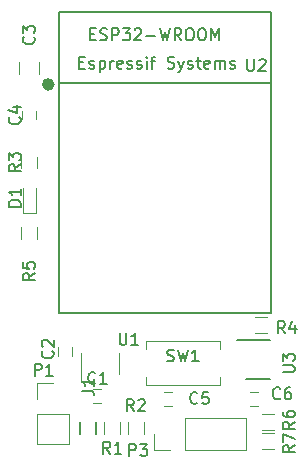
<source format=gbr>
G04 #@! TF.GenerationSoftware,KiCad,Pcbnew,(2017-08-16 revision 90873a101)-master*
G04 #@! TF.CreationDate,2017-12-27T22:47:25+02:00*
G04 #@! TF.ProjectId,esp-environment-sensors,6573702D656E7669726F6E6D656E742D,rev?*
G04 #@! TF.SameCoordinates,Original*
G04 #@! TF.FileFunction,Legend,Top*
G04 #@! TF.FilePolarity,Positive*
%FSLAX46Y46*%
G04 Gerber Fmt 4.6, Leading zero omitted, Abs format (unit mm)*
G04 Created by KiCad (PCBNEW (2017-08-16 revision 90873a101)-master) date Wed Dec 27 22:47:25 2017*
%MOMM*%
%LPD*%
G01*
G04 APERTURE LIST*
%ADD10C,0.500000*%
%ADD11C,0.150000*%
%ADD12C,0.120000*%
G04 APERTURE END LIST*
D10*
X107877981Y-108396000D02*
G75*
G03X107877981Y-108396000I-283981J0D01*
G01*
D11*
X126500000Y-108250000D02*
X108500000Y-108250000D01*
X108500000Y-102250000D02*
X108500000Y-127750000D01*
X126500000Y-102250000D02*
X126500000Y-127750000D01*
X126500000Y-127750000D02*
X108500000Y-127750000D01*
X126500000Y-102250000D02*
X108500000Y-102250000D01*
X124315000Y-133300000D02*
X126365000Y-133300000D01*
X123610000Y-130000000D02*
X126365000Y-130000000D01*
D12*
X111400000Y-134200000D02*
X112100000Y-134200000D01*
X112100000Y-135400000D02*
X111400000Y-135400000D01*
X109600000Y-130650000D02*
X109600000Y-131350000D01*
X108400000Y-131350000D02*
X108400000Y-130650000D01*
X105150000Y-106500000D02*
X105150000Y-107500000D01*
X106850000Y-107500000D02*
X106850000Y-106500000D01*
X105400000Y-111350000D02*
X105400000Y-110650000D01*
X106600000Y-110650000D02*
X106600000Y-111350000D01*
X117400000Y-134400000D02*
X118100000Y-134400000D01*
X118100000Y-135600000D02*
X117400000Y-135600000D01*
X125350000Y-135600000D02*
X124650000Y-135600000D01*
X124650000Y-134400000D02*
X125350000Y-134400000D01*
X105450000Y-119300000D02*
X106550000Y-119300000D01*
X106550000Y-119300000D02*
X106550000Y-117200000D01*
X105450000Y-119300000D02*
X105450000Y-117200000D01*
X106670000Y-136270000D02*
X106670000Y-138870000D01*
X106670000Y-138870000D02*
X109330000Y-138870000D01*
X109330000Y-138870000D02*
X109330000Y-136270000D01*
X109330000Y-136270000D02*
X106670000Y-136270000D01*
X106670000Y-135000000D02*
X106670000Y-133670000D01*
X106670000Y-133670000D02*
X108000000Y-133670000D01*
X119190000Y-139330000D02*
X124330000Y-139330000D01*
X124330000Y-139330000D02*
X124330000Y-136670000D01*
X124330000Y-136670000D02*
X119190000Y-136670000D01*
X119190000Y-136670000D02*
X119190000Y-139330000D01*
X117920000Y-139330000D02*
X116590000Y-139330000D01*
X116590000Y-139330000D02*
X116590000Y-138000000D01*
X112320000Y-138000000D02*
X112320000Y-137000000D01*
X113680000Y-137000000D02*
X113680000Y-138000000D01*
X115680000Y-137000000D02*
X115680000Y-138000000D01*
X114320000Y-138000000D02*
X114320000Y-137000000D01*
X106680000Y-114500000D02*
X106680000Y-115500000D01*
X105320000Y-115500000D02*
X105320000Y-114500000D01*
X126100000Y-129480000D02*
X125100000Y-129480000D01*
X125100000Y-128120000D02*
X126100000Y-128120000D01*
X105320000Y-121500000D02*
X105320000Y-120500000D01*
X106680000Y-120500000D02*
X106680000Y-121500000D01*
X115900000Y-133850000D02*
X115900000Y-133200000D01*
X115900000Y-130150000D02*
X115900000Y-130800000D01*
X122100000Y-130800000D02*
X122100000Y-130150000D01*
X122100000Y-133850000D02*
X122100000Y-133200000D01*
X115900000Y-133850000D02*
X122100000Y-133850000D01*
X122100000Y-130150000D02*
X115900000Y-130150000D01*
X113610000Y-132900000D02*
X113610000Y-131100000D01*
X110390000Y-131100000D02*
X110390000Y-133550000D01*
D11*
X110325000Y-138000000D02*
X110325000Y-137000000D01*
X111675000Y-137000000D02*
X111675000Y-138000000D01*
D12*
X126700000Y-139280000D02*
X125700000Y-139280000D01*
X125700000Y-137920000D02*
X126700000Y-137920000D01*
X126700000Y-137680000D02*
X125700000Y-137680000D01*
X125700000Y-136320000D02*
X126700000Y-136320000D01*
D11*
X124438095Y-106252380D02*
X124438095Y-107061904D01*
X124485714Y-107157142D01*
X124533333Y-107204761D01*
X124628571Y-107252380D01*
X124819047Y-107252380D01*
X124914285Y-107204761D01*
X124961904Y-107157142D01*
X125009523Y-107061904D01*
X125009523Y-106252380D01*
X125438095Y-106347619D02*
X125485714Y-106300000D01*
X125580952Y-106252380D01*
X125819047Y-106252380D01*
X125914285Y-106300000D01*
X125961904Y-106347619D01*
X126009523Y-106442857D01*
X126009523Y-106538095D01*
X125961904Y-106680952D01*
X125390476Y-107252380D01*
X126009523Y-107252380D01*
X110228571Y-106528571D02*
X110561904Y-106528571D01*
X110704761Y-107052380D02*
X110228571Y-107052380D01*
X110228571Y-106052380D01*
X110704761Y-106052380D01*
X111085714Y-107004761D02*
X111180952Y-107052380D01*
X111371428Y-107052380D01*
X111466666Y-107004761D01*
X111514285Y-106909523D01*
X111514285Y-106861904D01*
X111466666Y-106766666D01*
X111371428Y-106719047D01*
X111228571Y-106719047D01*
X111133333Y-106671428D01*
X111085714Y-106576190D01*
X111085714Y-106528571D01*
X111133333Y-106433333D01*
X111228571Y-106385714D01*
X111371428Y-106385714D01*
X111466666Y-106433333D01*
X111942857Y-106385714D02*
X111942857Y-107385714D01*
X111942857Y-106433333D02*
X112038095Y-106385714D01*
X112228571Y-106385714D01*
X112323809Y-106433333D01*
X112371428Y-106480952D01*
X112419047Y-106576190D01*
X112419047Y-106861904D01*
X112371428Y-106957142D01*
X112323809Y-107004761D01*
X112228571Y-107052380D01*
X112038095Y-107052380D01*
X111942857Y-107004761D01*
X112847619Y-107052380D02*
X112847619Y-106385714D01*
X112847619Y-106576190D02*
X112895238Y-106480952D01*
X112942857Y-106433333D01*
X113038095Y-106385714D01*
X113133333Y-106385714D01*
X113847619Y-107004761D02*
X113752380Y-107052380D01*
X113561904Y-107052380D01*
X113466666Y-107004761D01*
X113419047Y-106909523D01*
X113419047Y-106528571D01*
X113466666Y-106433333D01*
X113561904Y-106385714D01*
X113752380Y-106385714D01*
X113847619Y-106433333D01*
X113895238Y-106528571D01*
X113895238Y-106623809D01*
X113419047Y-106719047D01*
X114276190Y-107004761D02*
X114371428Y-107052380D01*
X114561904Y-107052380D01*
X114657142Y-107004761D01*
X114704761Y-106909523D01*
X114704761Y-106861904D01*
X114657142Y-106766666D01*
X114561904Y-106719047D01*
X114419047Y-106719047D01*
X114323809Y-106671428D01*
X114276190Y-106576190D01*
X114276190Y-106528571D01*
X114323809Y-106433333D01*
X114419047Y-106385714D01*
X114561904Y-106385714D01*
X114657142Y-106433333D01*
X115085714Y-107004761D02*
X115180952Y-107052380D01*
X115371428Y-107052380D01*
X115466666Y-107004761D01*
X115514285Y-106909523D01*
X115514285Y-106861904D01*
X115466666Y-106766666D01*
X115371428Y-106719047D01*
X115228571Y-106719047D01*
X115133333Y-106671428D01*
X115085714Y-106576190D01*
X115085714Y-106528571D01*
X115133333Y-106433333D01*
X115228571Y-106385714D01*
X115371428Y-106385714D01*
X115466666Y-106433333D01*
X115942857Y-107052380D02*
X115942857Y-106385714D01*
X115942857Y-106052380D02*
X115895238Y-106100000D01*
X115942857Y-106147619D01*
X115990476Y-106100000D01*
X115942857Y-106052380D01*
X115942857Y-106147619D01*
X116276190Y-106385714D02*
X116657142Y-106385714D01*
X116419047Y-107052380D02*
X116419047Y-106195238D01*
X116466666Y-106100000D01*
X116561904Y-106052380D01*
X116657142Y-106052380D01*
X117704761Y-107004761D02*
X117847619Y-107052380D01*
X118085714Y-107052380D01*
X118180952Y-107004761D01*
X118228571Y-106957142D01*
X118276190Y-106861904D01*
X118276190Y-106766666D01*
X118228571Y-106671428D01*
X118180952Y-106623809D01*
X118085714Y-106576190D01*
X117895238Y-106528571D01*
X117800000Y-106480952D01*
X117752380Y-106433333D01*
X117704761Y-106338095D01*
X117704761Y-106242857D01*
X117752380Y-106147619D01*
X117800000Y-106100000D01*
X117895238Y-106052380D01*
X118133333Y-106052380D01*
X118276190Y-106100000D01*
X118609523Y-106385714D02*
X118847619Y-107052380D01*
X119085714Y-106385714D02*
X118847619Y-107052380D01*
X118752380Y-107290476D01*
X118704761Y-107338095D01*
X118609523Y-107385714D01*
X119419047Y-107004761D02*
X119514285Y-107052380D01*
X119704761Y-107052380D01*
X119800000Y-107004761D01*
X119847619Y-106909523D01*
X119847619Y-106861904D01*
X119800000Y-106766666D01*
X119704761Y-106719047D01*
X119561904Y-106719047D01*
X119466666Y-106671428D01*
X119419047Y-106576190D01*
X119419047Y-106528571D01*
X119466666Y-106433333D01*
X119561904Y-106385714D01*
X119704761Y-106385714D01*
X119800000Y-106433333D01*
X120133333Y-106385714D02*
X120514285Y-106385714D01*
X120276190Y-106052380D02*
X120276190Y-106909523D01*
X120323809Y-107004761D01*
X120419047Y-107052380D01*
X120514285Y-107052380D01*
X121228571Y-107004761D02*
X121133333Y-107052380D01*
X120942857Y-107052380D01*
X120847619Y-107004761D01*
X120800000Y-106909523D01*
X120800000Y-106528571D01*
X120847619Y-106433333D01*
X120942857Y-106385714D01*
X121133333Y-106385714D01*
X121228571Y-106433333D01*
X121276190Y-106528571D01*
X121276190Y-106623809D01*
X120800000Y-106719047D01*
X121704761Y-107052380D02*
X121704761Y-106385714D01*
X121704761Y-106480952D02*
X121752380Y-106433333D01*
X121847619Y-106385714D01*
X121990476Y-106385714D01*
X122085714Y-106433333D01*
X122133333Y-106528571D01*
X122133333Y-107052380D01*
X122133333Y-106528571D02*
X122180952Y-106433333D01*
X122276190Y-106385714D01*
X122419047Y-106385714D01*
X122514285Y-106433333D01*
X122561904Y-106528571D01*
X122561904Y-107052380D01*
X122990476Y-107004761D02*
X123085714Y-107052380D01*
X123276190Y-107052380D01*
X123371428Y-107004761D01*
X123419047Y-106909523D01*
X123419047Y-106861904D01*
X123371428Y-106766666D01*
X123276190Y-106719047D01*
X123133333Y-106719047D01*
X123038095Y-106671428D01*
X122990476Y-106576190D01*
X122990476Y-106528571D01*
X123038095Y-106433333D01*
X123133333Y-106385714D01*
X123276190Y-106385714D01*
X123371428Y-106433333D01*
X111147619Y-104128571D02*
X111480952Y-104128571D01*
X111623809Y-104652380D02*
X111147619Y-104652380D01*
X111147619Y-103652380D01*
X111623809Y-103652380D01*
X112004761Y-104604761D02*
X112147619Y-104652380D01*
X112385714Y-104652380D01*
X112480952Y-104604761D01*
X112528571Y-104557142D01*
X112576190Y-104461904D01*
X112576190Y-104366666D01*
X112528571Y-104271428D01*
X112480952Y-104223809D01*
X112385714Y-104176190D01*
X112195238Y-104128571D01*
X112100000Y-104080952D01*
X112052380Y-104033333D01*
X112004761Y-103938095D01*
X112004761Y-103842857D01*
X112052380Y-103747619D01*
X112100000Y-103700000D01*
X112195238Y-103652380D01*
X112433333Y-103652380D01*
X112576190Y-103700000D01*
X113004761Y-104652380D02*
X113004761Y-103652380D01*
X113385714Y-103652380D01*
X113480952Y-103700000D01*
X113528571Y-103747619D01*
X113576190Y-103842857D01*
X113576190Y-103985714D01*
X113528571Y-104080952D01*
X113480952Y-104128571D01*
X113385714Y-104176190D01*
X113004761Y-104176190D01*
X113909523Y-103652380D02*
X114528571Y-103652380D01*
X114195238Y-104033333D01*
X114338095Y-104033333D01*
X114433333Y-104080952D01*
X114480952Y-104128571D01*
X114528571Y-104223809D01*
X114528571Y-104461904D01*
X114480952Y-104557142D01*
X114433333Y-104604761D01*
X114338095Y-104652380D01*
X114052380Y-104652380D01*
X113957142Y-104604761D01*
X113909523Y-104557142D01*
X114909523Y-103747619D02*
X114957142Y-103700000D01*
X115052380Y-103652380D01*
X115290476Y-103652380D01*
X115385714Y-103700000D01*
X115433333Y-103747619D01*
X115480952Y-103842857D01*
X115480952Y-103938095D01*
X115433333Y-104080952D01*
X114861904Y-104652380D01*
X115480952Y-104652380D01*
X115909523Y-104271428D02*
X116671428Y-104271428D01*
X117052380Y-103652380D02*
X117290476Y-104652380D01*
X117480952Y-103938095D01*
X117671428Y-104652380D01*
X117909523Y-103652380D01*
X118861904Y-104652380D02*
X118528571Y-104176190D01*
X118290476Y-104652380D02*
X118290476Y-103652380D01*
X118671428Y-103652380D01*
X118766666Y-103700000D01*
X118814285Y-103747619D01*
X118861904Y-103842857D01*
X118861904Y-103985714D01*
X118814285Y-104080952D01*
X118766666Y-104128571D01*
X118671428Y-104176190D01*
X118290476Y-104176190D01*
X119480952Y-103652380D02*
X119671428Y-103652380D01*
X119766666Y-103700000D01*
X119861904Y-103795238D01*
X119909523Y-103985714D01*
X119909523Y-104319047D01*
X119861904Y-104509523D01*
X119766666Y-104604761D01*
X119671428Y-104652380D01*
X119480952Y-104652380D01*
X119385714Y-104604761D01*
X119290476Y-104509523D01*
X119242857Y-104319047D01*
X119242857Y-103985714D01*
X119290476Y-103795238D01*
X119385714Y-103700000D01*
X119480952Y-103652380D01*
X120528571Y-103652380D02*
X120719047Y-103652380D01*
X120814285Y-103700000D01*
X120909523Y-103795238D01*
X120957142Y-103985714D01*
X120957142Y-104319047D01*
X120909523Y-104509523D01*
X120814285Y-104604761D01*
X120719047Y-104652380D01*
X120528571Y-104652380D01*
X120433333Y-104604761D01*
X120338095Y-104509523D01*
X120290476Y-104319047D01*
X120290476Y-103985714D01*
X120338095Y-103795238D01*
X120433333Y-103700000D01*
X120528571Y-103652380D01*
X121385714Y-104652380D02*
X121385714Y-103652380D01*
X121719047Y-104366666D01*
X122052380Y-103652380D01*
X122052380Y-104652380D01*
X127452380Y-132761904D02*
X128261904Y-132761904D01*
X128357142Y-132714285D01*
X128404761Y-132666666D01*
X128452380Y-132571428D01*
X128452380Y-132380952D01*
X128404761Y-132285714D01*
X128357142Y-132238095D01*
X128261904Y-132190476D01*
X127452380Y-132190476D01*
X127452380Y-131809523D02*
X127452380Y-131190476D01*
X127833333Y-131523809D01*
X127833333Y-131380952D01*
X127880952Y-131285714D01*
X127928571Y-131238095D01*
X128023809Y-131190476D01*
X128261904Y-131190476D01*
X128357142Y-131238095D01*
X128404761Y-131285714D01*
X128452380Y-131380952D01*
X128452380Y-131666666D01*
X128404761Y-131761904D01*
X128357142Y-131809523D01*
X111583333Y-133657142D02*
X111535714Y-133704761D01*
X111392857Y-133752380D01*
X111297619Y-133752380D01*
X111154761Y-133704761D01*
X111059523Y-133609523D01*
X111011904Y-133514285D01*
X110964285Y-133323809D01*
X110964285Y-133180952D01*
X111011904Y-132990476D01*
X111059523Y-132895238D01*
X111154761Y-132800000D01*
X111297619Y-132752380D01*
X111392857Y-132752380D01*
X111535714Y-132800000D01*
X111583333Y-132847619D01*
X112535714Y-133752380D02*
X111964285Y-133752380D01*
X112250000Y-133752380D02*
X112250000Y-132752380D01*
X112154761Y-132895238D01*
X112059523Y-132990476D01*
X111964285Y-133038095D01*
X107957142Y-130966666D02*
X108004761Y-131014285D01*
X108052380Y-131157142D01*
X108052380Y-131252380D01*
X108004761Y-131395238D01*
X107909523Y-131490476D01*
X107814285Y-131538095D01*
X107623809Y-131585714D01*
X107480952Y-131585714D01*
X107290476Y-131538095D01*
X107195238Y-131490476D01*
X107100000Y-131395238D01*
X107052380Y-131252380D01*
X107052380Y-131157142D01*
X107100000Y-131014285D01*
X107147619Y-130966666D01*
X107147619Y-130585714D02*
X107100000Y-130538095D01*
X107052380Y-130442857D01*
X107052380Y-130204761D01*
X107100000Y-130109523D01*
X107147619Y-130061904D01*
X107242857Y-130014285D01*
X107338095Y-130014285D01*
X107480952Y-130061904D01*
X108052380Y-130633333D01*
X108052380Y-130014285D01*
X106357142Y-104366666D02*
X106404761Y-104414285D01*
X106452380Y-104557142D01*
X106452380Y-104652380D01*
X106404761Y-104795238D01*
X106309523Y-104890476D01*
X106214285Y-104938095D01*
X106023809Y-104985714D01*
X105880952Y-104985714D01*
X105690476Y-104938095D01*
X105595238Y-104890476D01*
X105500000Y-104795238D01*
X105452380Y-104652380D01*
X105452380Y-104557142D01*
X105500000Y-104414285D01*
X105547619Y-104366666D01*
X105452380Y-104033333D02*
X105452380Y-103414285D01*
X105833333Y-103747619D01*
X105833333Y-103604761D01*
X105880952Y-103509523D01*
X105928571Y-103461904D01*
X106023809Y-103414285D01*
X106261904Y-103414285D01*
X106357142Y-103461904D01*
X106404761Y-103509523D01*
X106452380Y-103604761D01*
X106452380Y-103890476D01*
X106404761Y-103985714D01*
X106357142Y-104033333D01*
X105157142Y-111166666D02*
X105204761Y-111214285D01*
X105252380Y-111357142D01*
X105252380Y-111452380D01*
X105204761Y-111595238D01*
X105109523Y-111690476D01*
X105014285Y-111738095D01*
X104823809Y-111785714D01*
X104680952Y-111785714D01*
X104490476Y-111738095D01*
X104395238Y-111690476D01*
X104300000Y-111595238D01*
X104252380Y-111452380D01*
X104252380Y-111357142D01*
X104300000Y-111214285D01*
X104347619Y-111166666D01*
X104585714Y-110309523D02*
X105252380Y-110309523D01*
X104204761Y-110547619D02*
X104919047Y-110785714D01*
X104919047Y-110166666D01*
X120233333Y-135357142D02*
X120185714Y-135404761D01*
X120042857Y-135452380D01*
X119947619Y-135452380D01*
X119804761Y-135404761D01*
X119709523Y-135309523D01*
X119661904Y-135214285D01*
X119614285Y-135023809D01*
X119614285Y-134880952D01*
X119661904Y-134690476D01*
X119709523Y-134595238D01*
X119804761Y-134500000D01*
X119947619Y-134452380D01*
X120042857Y-134452380D01*
X120185714Y-134500000D01*
X120233333Y-134547619D01*
X121138095Y-134452380D02*
X120661904Y-134452380D01*
X120614285Y-134928571D01*
X120661904Y-134880952D01*
X120757142Y-134833333D01*
X120995238Y-134833333D01*
X121090476Y-134880952D01*
X121138095Y-134928571D01*
X121185714Y-135023809D01*
X121185714Y-135261904D01*
X121138095Y-135357142D01*
X121090476Y-135404761D01*
X120995238Y-135452380D01*
X120757142Y-135452380D01*
X120661904Y-135404761D01*
X120614285Y-135357142D01*
X127233333Y-134957142D02*
X127185714Y-135004761D01*
X127042857Y-135052380D01*
X126947619Y-135052380D01*
X126804761Y-135004761D01*
X126709523Y-134909523D01*
X126661904Y-134814285D01*
X126614285Y-134623809D01*
X126614285Y-134480952D01*
X126661904Y-134290476D01*
X126709523Y-134195238D01*
X126804761Y-134100000D01*
X126947619Y-134052380D01*
X127042857Y-134052380D01*
X127185714Y-134100000D01*
X127233333Y-134147619D01*
X128090476Y-134052380D02*
X127900000Y-134052380D01*
X127804761Y-134100000D01*
X127757142Y-134147619D01*
X127661904Y-134290476D01*
X127614285Y-134480952D01*
X127614285Y-134861904D01*
X127661904Y-134957142D01*
X127709523Y-135004761D01*
X127804761Y-135052380D01*
X127995238Y-135052380D01*
X128090476Y-135004761D01*
X128138095Y-134957142D01*
X128185714Y-134861904D01*
X128185714Y-134623809D01*
X128138095Y-134528571D01*
X128090476Y-134480952D01*
X127995238Y-134433333D01*
X127804761Y-134433333D01*
X127709523Y-134480952D01*
X127661904Y-134528571D01*
X127614285Y-134623809D01*
X105252380Y-118738095D02*
X104252380Y-118738095D01*
X104252380Y-118500000D01*
X104300000Y-118357142D01*
X104395238Y-118261904D01*
X104490476Y-118214285D01*
X104680952Y-118166666D01*
X104823809Y-118166666D01*
X105014285Y-118214285D01*
X105109523Y-118261904D01*
X105204761Y-118357142D01*
X105252380Y-118500000D01*
X105252380Y-118738095D01*
X105252380Y-117214285D02*
X105252380Y-117785714D01*
X105252380Y-117500000D02*
X104252380Y-117500000D01*
X104395238Y-117595238D01*
X104490476Y-117690476D01*
X104538095Y-117785714D01*
X106461904Y-133052380D02*
X106461904Y-132052380D01*
X106842857Y-132052380D01*
X106938095Y-132100000D01*
X106985714Y-132147619D01*
X107033333Y-132242857D01*
X107033333Y-132385714D01*
X106985714Y-132480952D01*
X106938095Y-132528571D01*
X106842857Y-132576190D01*
X106461904Y-132576190D01*
X107985714Y-133052380D02*
X107414285Y-133052380D01*
X107700000Y-133052380D02*
X107700000Y-132052380D01*
X107604761Y-132195238D01*
X107509523Y-132290476D01*
X107414285Y-132338095D01*
X114461904Y-139852380D02*
X114461904Y-138852380D01*
X114842857Y-138852380D01*
X114938095Y-138900000D01*
X114985714Y-138947619D01*
X115033333Y-139042857D01*
X115033333Y-139185714D01*
X114985714Y-139280952D01*
X114938095Y-139328571D01*
X114842857Y-139376190D01*
X114461904Y-139376190D01*
X115366666Y-138852380D02*
X115985714Y-138852380D01*
X115652380Y-139233333D01*
X115795238Y-139233333D01*
X115890476Y-139280952D01*
X115938095Y-139328571D01*
X115985714Y-139423809D01*
X115985714Y-139661904D01*
X115938095Y-139757142D01*
X115890476Y-139804761D01*
X115795238Y-139852380D01*
X115509523Y-139852380D01*
X115414285Y-139804761D01*
X115366666Y-139757142D01*
X112833333Y-139652380D02*
X112500000Y-139176190D01*
X112261904Y-139652380D02*
X112261904Y-138652380D01*
X112642857Y-138652380D01*
X112738095Y-138700000D01*
X112785714Y-138747619D01*
X112833333Y-138842857D01*
X112833333Y-138985714D01*
X112785714Y-139080952D01*
X112738095Y-139128571D01*
X112642857Y-139176190D01*
X112261904Y-139176190D01*
X113785714Y-139652380D02*
X113214285Y-139652380D01*
X113500000Y-139652380D02*
X113500000Y-138652380D01*
X113404761Y-138795238D01*
X113309523Y-138890476D01*
X113214285Y-138938095D01*
X114833333Y-136052380D02*
X114500000Y-135576190D01*
X114261904Y-136052380D02*
X114261904Y-135052380D01*
X114642857Y-135052380D01*
X114738095Y-135100000D01*
X114785714Y-135147619D01*
X114833333Y-135242857D01*
X114833333Y-135385714D01*
X114785714Y-135480952D01*
X114738095Y-135528571D01*
X114642857Y-135576190D01*
X114261904Y-135576190D01*
X115214285Y-135147619D02*
X115261904Y-135100000D01*
X115357142Y-135052380D01*
X115595238Y-135052380D01*
X115690476Y-135100000D01*
X115738095Y-135147619D01*
X115785714Y-135242857D01*
X115785714Y-135338095D01*
X115738095Y-135480952D01*
X115166666Y-136052380D01*
X115785714Y-136052380D01*
X105252380Y-115166666D02*
X104776190Y-115500000D01*
X105252380Y-115738095D02*
X104252380Y-115738095D01*
X104252380Y-115357142D01*
X104300000Y-115261904D01*
X104347619Y-115214285D01*
X104442857Y-115166666D01*
X104585714Y-115166666D01*
X104680952Y-115214285D01*
X104728571Y-115261904D01*
X104776190Y-115357142D01*
X104776190Y-115738095D01*
X104252380Y-114833333D02*
X104252380Y-114214285D01*
X104633333Y-114547619D01*
X104633333Y-114404761D01*
X104680952Y-114309523D01*
X104728571Y-114261904D01*
X104823809Y-114214285D01*
X105061904Y-114214285D01*
X105157142Y-114261904D01*
X105204761Y-114309523D01*
X105252380Y-114404761D01*
X105252380Y-114690476D01*
X105204761Y-114785714D01*
X105157142Y-114833333D01*
X127633333Y-129452380D02*
X127300000Y-128976190D01*
X127061904Y-129452380D02*
X127061904Y-128452380D01*
X127442857Y-128452380D01*
X127538095Y-128500000D01*
X127585714Y-128547619D01*
X127633333Y-128642857D01*
X127633333Y-128785714D01*
X127585714Y-128880952D01*
X127538095Y-128928571D01*
X127442857Y-128976190D01*
X127061904Y-128976190D01*
X128490476Y-128785714D02*
X128490476Y-129452380D01*
X128252380Y-128404761D02*
X128014285Y-129119047D01*
X128633333Y-129119047D01*
X106452380Y-124366666D02*
X105976190Y-124700000D01*
X106452380Y-124938095D02*
X105452380Y-124938095D01*
X105452380Y-124557142D01*
X105500000Y-124461904D01*
X105547619Y-124414285D01*
X105642857Y-124366666D01*
X105785714Y-124366666D01*
X105880952Y-124414285D01*
X105928571Y-124461904D01*
X105976190Y-124557142D01*
X105976190Y-124938095D01*
X105452380Y-123461904D02*
X105452380Y-123938095D01*
X105928571Y-123985714D01*
X105880952Y-123938095D01*
X105833333Y-123842857D01*
X105833333Y-123604761D01*
X105880952Y-123509523D01*
X105928571Y-123461904D01*
X106023809Y-123414285D01*
X106261904Y-123414285D01*
X106357142Y-123461904D01*
X106404761Y-123509523D01*
X106452380Y-123604761D01*
X106452380Y-123842857D01*
X106404761Y-123938095D01*
X106357142Y-123985714D01*
X117666666Y-131804761D02*
X117809523Y-131852380D01*
X118047619Y-131852380D01*
X118142857Y-131804761D01*
X118190476Y-131757142D01*
X118238095Y-131661904D01*
X118238095Y-131566666D01*
X118190476Y-131471428D01*
X118142857Y-131423809D01*
X118047619Y-131376190D01*
X117857142Y-131328571D01*
X117761904Y-131280952D01*
X117714285Y-131233333D01*
X117666666Y-131138095D01*
X117666666Y-131042857D01*
X117714285Y-130947619D01*
X117761904Y-130900000D01*
X117857142Y-130852380D01*
X118095238Y-130852380D01*
X118238095Y-130900000D01*
X118571428Y-130852380D02*
X118809523Y-131852380D01*
X119000000Y-131138095D01*
X119190476Y-131852380D01*
X119428571Y-130852380D01*
X120333333Y-131852380D02*
X119761904Y-131852380D01*
X120047619Y-131852380D02*
X120047619Y-130852380D01*
X119952380Y-130995238D01*
X119857142Y-131090476D01*
X119761904Y-131138095D01*
X113638095Y-129452380D02*
X113638095Y-130261904D01*
X113685714Y-130357142D01*
X113733333Y-130404761D01*
X113828571Y-130452380D01*
X114019047Y-130452380D01*
X114114285Y-130404761D01*
X114161904Y-130357142D01*
X114209523Y-130261904D01*
X114209523Y-129452380D01*
X115209523Y-130452380D02*
X114638095Y-130452380D01*
X114923809Y-130452380D02*
X114923809Y-129452380D01*
X114828571Y-129595238D01*
X114733333Y-129690476D01*
X114638095Y-129738095D01*
X110452380Y-134333333D02*
X111166666Y-134333333D01*
X111309523Y-134380952D01*
X111404761Y-134476190D01*
X111452380Y-134619047D01*
X111452380Y-134714285D01*
X111452380Y-133333333D02*
X111452380Y-133904761D01*
X111452380Y-133619047D02*
X110452380Y-133619047D01*
X110595238Y-133714285D01*
X110690476Y-133809523D01*
X110738095Y-133904761D01*
X128452380Y-136966666D02*
X127976190Y-137300000D01*
X128452380Y-137538095D02*
X127452380Y-137538095D01*
X127452380Y-137157142D01*
X127500000Y-137061904D01*
X127547619Y-137014285D01*
X127642857Y-136966666D01*
X127785714Y-136966666D01*
X127880952Y-137014285D01*
X127928571Y-137061904D01*
X127976190Y-137157142D01*
X127976190Y-137538095D01*
X127452380Y-136109523D02*
X127452380Y-136300000D01*
X127500000Y-136395238D01*
X127547619Y-136442857D01*
X127690476Y-136538095D01*
X127880952Y-136585714D01*
X128261904Y-136585714D01*
X128357142Y-136538095D01*
X128404761Y-136490476D01*
X128452380Y-136395238D01*
X128452380Y-136204761D01*
X128404761Y-136109523D01*
X128357142Y-136061904D01*
X128261904Y-136014285D01*
X128023809Y-136014285D01*
X127928571Y-136061904D01*
X127880952Y-136109523D01*
X127833333Y-136204761D01*
X127833333Y-136395238D01*
X127880952Y-136490476D01*
X127928571Y-136538095D01*
X128023809Y-136585714D01*
X128452380Y-138966666D02*
X127976190Y-139300000D01*
X128452380Y-139538095D02*
X127452380Y-139538095D01*
X127452380Y-139157142D01*
X127500000Y-139061904D01*
X127547619Y-139014285D01*
X127642857Y-138966666D01*
X127785714Y-138966666D01*
X127880952Y-139014285D01*
X127928571Y-139061904D01*
X127976190Y-139157142D01*
X127976190Y-139538095D01*
X127452380Y-138633333D02*
X127452380Y-137966666D01*
X128452380Y-138395238D01*
M02*

</source>
